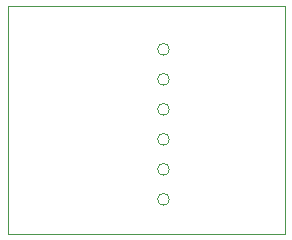
<source format=gbr>
%TF.GenerationSoftware,KiCad,Pcbnew,7.0.5-0*%
%TF.CreationDate,2024-06-02T14:54:17-07:00*%
%TF.ProjectId,4259_63,34323539-5f36-4332-9e6b-696361645f70,rev?*%
%TF.SameCoordinates,Original*%
%TF.FileFunction,Profile,NP*%
%FSLAX46Y46*%
G04 Gerber Fmt 4.6, Leading zero omitted, Abs format (unit mm)*
G04 Created by KiCad (PCBNEW 7.0.5-0) date 2024-06-02 14:54:17*
%MOMM*%
%LPD*%
G01*
G04 APERTURE LIST*
%TA.AperFunction,Profile*%
%ADD10C,0.100000*%
%TD*%
%TA.AperFunction,Profile*%
%ADD11C,0.010000*%
%TD*%
G04 APERTURE END LIST*
D10*
X124400000Y-66500000D02*
X147900000Y-66500000D01*
X147900000Y-85800000D01*
X124400000Y-85800000D01*
X124400000Y-66500000D01*
D11*
X138100000Y-72740000D02*
G75*
G03*
X138100000Y-72740000I-500000J0D01*
G01*
X138100000Y-75280000D02*
G75*
G03*
X138100000Y-75280000I-500000J0D01*
G01*
X138100000Y-77820000D02*
G75*
G03*
X138100000Y-77820000I-500000J0D01*
G01*
X138100000Y-80360000D02*
G75*
G03*
X138100000Y-80360000I-500000J0D01*
G01*
X138100000Y-70200000D02*
G75*
G03*
X138100000Y-70200000I-500000J0D01*
G01*
X138100000Y-82900000D02*
G75*
G03*
X138100000Y-82900000I-500000J0D01*
G01*
M02*

</source>
